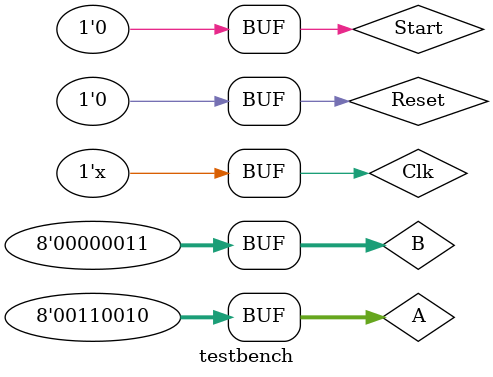
<source format=v>
module testbench;
    reg[7:0] A, B;
    wire[7:0] DQ, DR;
    reg Start, Clk, Reset;
    wire Done;

    always #10 Clk = ~Clk;

    Divider div(.A(A), .B(B), .Start(Start), .Clk(Clk), .Reset(Reset), .DQ(DQ), .DR(DR), .Done(Done));

    initial begin
        Reset = 1'b0;
        Clk = 1'b0;
        Start = 1'b0;
        A = 8'b0;
        B = 8'b1;

        #60;

        A = 8'd50; B = 8'd3;
        Start = 1'b1;
        #20;
        Start = 1'b0;

        #30;

        Start = 1'b1;
        #20;
        Start = 1'b0;

        #100;

        Reset = 1'b1;
        #20;
        Reset = 1'b0;

        Start = 1'b1;
        #20;
        Start = 1'b0;
    end
endmodule

</source>
